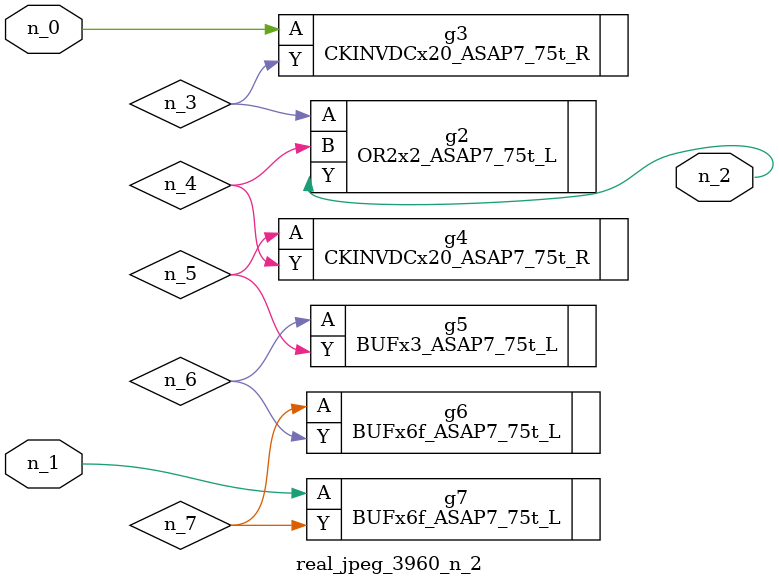
<source format=v>
module real_jpeg_3960_n_2 (n_1, n_0, n_2);

input n_1;
input n_0;

output n_2;

wire n_5;
wire n_4;
wire n_6;
wire n_7;
wire n_3;

CKINVDCx20_ASAP7_75t_R g3 ( 
.A(n_0),
.Y(n_3)
);

BUFx6f_ASAP7_75t_L g7 ( 
.A(n_1),
.Y(n_7)
);

OR2x2_ASAP7_75t_L g2 ( 
.A(n_3),
.B(n_4),
.Y(n_2)
);

CKINVDCx20_ASAP7_75t_R g4 ( 
.A(n_5),
.Y(n_4)
);

BUFx3_ASAP7_75t_L g5 ( 
.A(n_6),
.Y(n_5)
);

BUFx6f_ASAP7_75t_L g6 ( 
.A(n_7),
.Y(n_6)
);


endmodule
</source>
